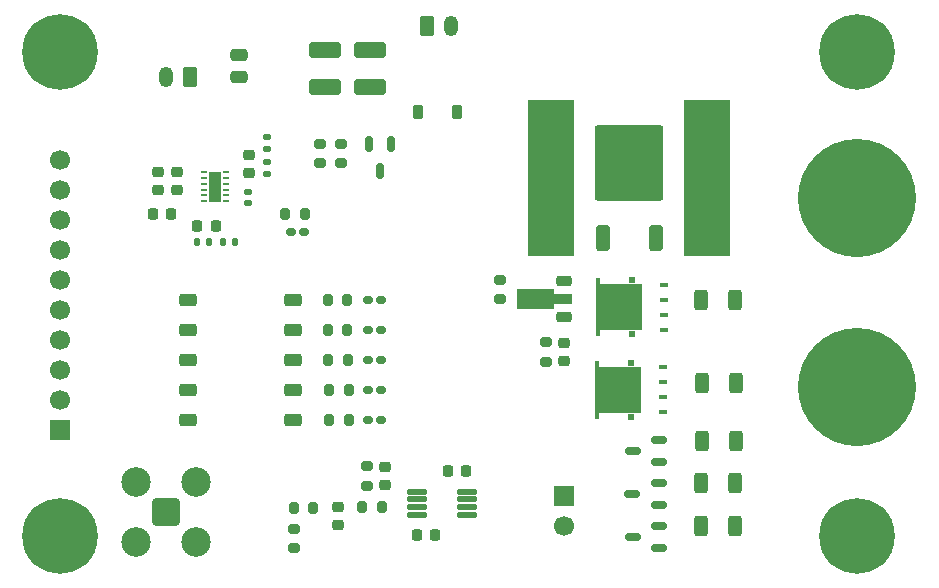
<source format=gbr>
%TF.GenerationSoftware,KiCad,Pcbnew,9.0.6*%
%TF.CreationDate,2026-02-07T23:32:21+00:00*%
%TF.ProjectId,vccs,76636373-2e6b-4696-9361-645f70636258,rev?*%
%TF.SameCoordinates,Original*%
%TF.FileFunction,Soldermask,Top*%
%TF.FilePolarity,Negative*%
%FSLAX46Y46*%
G04 Gerber Fmt 4.6, Leading zero omitted, Abs format (unit mm)*
G04 Created by KiCad (PCBNEW 9.0.6) date 2026-02-07 23:32:21*
%MOMM*%
%LPD*%
G01*
G04 APERTURE LIST*
G04 Aperture macros list*
%AMRoundRect*
0 Rectangle with rounded corners*
0 $1 Rounding radius*
0 $2 $3 $4 $5 $6 $7 $8 $9 X,Y pos of 4 corners*
0 Add a 4 corners polygon primitive as box body*
4,1,4,$2,$3,$4,$5,$6,$7,$8,$9,$2,$3,0*
0 Add four circle primitives for the rounded corners*
1,1,$1+$1,$2,$3*
1,1,$1+$1,$4,$5*
1,1,$1+$1,$6,$7*
1,1,$1+$1,$8,$9*
0 Add four rect primitives between the rounded corners*
20,1,$1+$1,$2,$3,$4,$5,0*
20,1,$1+$1,$4,$5,$6,$7,0*
20,1,$1+$1,$6,$7,$8,$9,0*
20,1,$1+$1,$8,$9,$2,$3,0*%
%AMFreePoly0*
4,1,9,3.862500,-0.866500,0.737500,-0.866500,0.737500,-0.450000,-0.737500,-0.450000,-0.737500,0.450000,0.737500,0.450000,0.737500,0.866500,3.862500,0.866500,3.862500,-0.866500,3.862500,-0.866500,$1*%
G04 Aperture macros list end*
%ADD10C,0.800000*%
%ADD11C,6.400000*%
%ADD12RoundRect,0.250000X0.500000X0.300000X-0.500000X0.300000X-0.500000X-0.300000X0.500000X-0.300000X0*%
%ADD13C,10.000000*%
%ADD14R,4.000000X13.200000*%
%ADD15RoundRect,0.250000X0.350000X-0.850000X0.350000X0.850000X-0.350000X0.850000X-0.350000X-0.850000X0*%
%ADD16RoundRect,0.249997X2.650003X-2.950003X2.650003X2.950003X-2.650003X2.950003X-2.650003X-2.950003X0*%
%ADD17RoundRect,0.102500X0.257500X0.102500X-0.257500X0.102500X-0.257500X-0.102500X0.257500X-0.102500X0*%
%ADD18R,0.510000X0.585000*%
%ADD19R,3.990000X3.960000*%
%ADD20R,0.410000X0.470000*%
%ADD21RoundRect,0.150000X0.512500X0.150000X-0.512500X0.150000X-0.512500X-0.150000X0.512500X-0.150000X0*%
%ADD22RoundRect,0.225000X-0.225000X-0.375000X0.225000X-0.375000X0.225000X0.375000X-0.225000X0.375000X0*%
%ADD23RoundRect,0.225000X-0.250000X0.225000X-0.250000X-0.225000X0.250000X-0.225000X0.250000X0.225000X0*%
%ADD24RoundRect,0.200000X-0.200000X-0.275000X0.200000X-0.275000X0.200000X0.275000X-0.200000X0.275000X0*%
%ADD25RoundRect,0.250000X0.475000X-0.250000X0.475000X0.250000X-0.475000X0.250000X-0.475000X-0.250000X0*%
%ADD26RoundRect,0.160000X0.222500X0.160000X-0.222500X0.160000X-0.222500X-0.160000X0.222500X-0.160000X0*%
%ADD27RoundRect,0.225000X0.225000X0.250000X-0.225000X0.250000X-0.225000X-0.250000X0.225000X-0.250000X0*%
%ADD28RoundRect,0.250000X-0.312500X-0.625000X0.312500X-0.625000X0.312500X0.625000X-0.312500X0.625000X0*%
%ADD29RoundRect,0.200000X0.275000X-0.200000X0.275000X0.200000X-0.275000X0.200000X-0.275000X-0.200000X0*%
%ADD30RoundRect,0.225000X-0.225000X-0.250000X0.225000X-0.250000X0.225000X0.250000X-0.225000X0.250000X0*%
%ADD31RoundRect,0.200000X-0.275000X0.200000X-0.275000X-0.200000X0.275000X-0.200000X0.275000X0.200000X0*%
%ADD32RoundRect,0.062500X-0.187500X-0.062500X0.187500X-0.062500X0.187500X0.062500X-0.187500X0.062500X0*%
%ADD33R,1.000000X2.650000*%
%ADD34RoundRect,0.250000X-0.350000X-0.625000X0.350000X-0.625000X0.350000X0.625000X-0.350000X0.625000X0*%
%ADD35O,1.200000X1.750000*%
%ADD36RoundRect,0.135000X0.135000X0.185000X-0.135000X0.185000X-0.135000X-0.185000X0.135000X-0.185000X0*%
%ADD37RoundRect,0.135000X0.185000X-0.135000X0.185000X0.135000X-0.185000X0.135000X-0.185000X-0.135000X0*%
%ADD38RoundRect,0.225000X0.250000X-0.225000X0.250000X0.225000X-0.250000X0.225000X-0.250000X-0.225000X0*%
%ADD39RoundRect,0.140000X-0.170000X0.140000X-0.170000X-0.140000X0.170000X-0.140000X0.170000X0.140000X0*%
%ADD40RoundRect,0.250000X0.350000X0.625000X-0.350000X0.625000X-0.350000X-0.625000X0.350000X-0.625000X0*%
%ADD41R,1.700000X1.700000*%
%ADD42C,1.700000*%
%ADD43RoundRect,0.200100X-0.949900X-0.949900X0.949900X-0.949900X0.949900X0.949900X-0.949900X0.949900X0*%
%ADD44C,2.500000*%
%ADD45RoundRect,0.150000X-0.150000X0.512500X-0.150000X-0.512500X0.150000X-0.512500X0.150000X0.512500X0*%
%ADD46RoundRect,0.125000X-0.687500X-0.125000X0.687500X-0.125000X0.687500X0.125000X-0.687500X0.125000X0*%
%ADD47RoundRect,0.160000X-0.222500X-0.160000X0.222500X-0.160000X0.222500X0.160000X-0.222500X0.160000X0*%
%ADD48RoundRect,0.225000X0.425000X0.225000X-0.425000X0.225000X-0.425000X-0.225000X0.425000X-0.225000X0*%
%ADD49FreePoly0,180.000000*%
%ADD50RoundRect,0.250000X-1.100000X0.412500X-1.100000X-0.412500X1.100000X-0.412500X1.100000X0.412500X0*%
G04 APERTURE END LIST*
D10*
%TO.C,H2*%
X147400000Y-58500000D03*
X146697056Y-60197056D03*
X146697056Y-56802944D03*
X145000000Y-60900000D03*
D11*
X145000000Y-58500000D03*
D10*
X145000000Y-56100000D03*
X143302944Y-60197056D03*
X143302944Y-56802944D03*
X142600000Y-58500000D03*
%TD*%
%TO.C,H1*%
X79900000Y-58500000D03*
X79197056Y-60197056D03*
X79197056Y-56802944D03*
X77500000Y-60900000D03*
D11*
X77500000Y-58500000D03*
D10*
X77500000Y-56100000D03*
X75802944Y-60197056D03*
X75802944Y-56802944D03*
X75100000Y-58500000D03*
%TD*%
D12*
%TO.C,SW1*%
X97250000Y-89680000D03*
X97250000Y-87140000D03*
X97250000Y-84600000D03*
X97250000Y-82060000D03*
X97250000Y-79520000D03*
X88350000Y-79520000D03*
X88350000Y-82060000D03*
X88350000Y-84600000D03*
X88350000Y-87140000D03*
X88350000Y-89680000D03*
%TD*%
D13*
%TO.C,J1*%
X145000000Y-70900000D03*
%TD*%
%TO.C,J2*%
X145000000Y-86900000D03*
%TD*%
D14*
%TO.C,HS1*%
X119100000Y-69200000D03*
X132300000Y-69200000D03*
%TD*%
D15*
%TO.C,Q1*%
X123420000Y-74240000D03*
D16*
X125700000Y-67940000D03*
D15*
X127980000Y-74240000D03*
%TD*%
D17*
%TO.C,Q3*%
X128615000Y-82005000D03*
X128615000Y-80735000D03*
X128615000Y-79465000D03*
X128615000Y-78195000D03*
D18*
X125900000Y-82372500D03*
X125900000Y-77827500D03*
D19*
X124820000Y-80100000D03*
D20*
X123030000Y-82315000D03*
X123030000Y-77885000D03*
%TD*%
D17*
%TO.C,Q4*%
X128515000Y-89005000D03*
X128515000Y-87735000D03*
X128515000Y-86465000D03*
X128515000Y-85195000D03*
D18*
X125800000Y-89372500D03*
X125800000Y-84827500D03*
D19*
X124720000Y-87100000D03*
D20*
X122930000Y-89315000D03*
X122930000Y-84885000D03*
%TD*%
D21*
%TO.C,Q7*%
X128237500Y-100500001D03*
X128237500Y-98600001D03*
X125962500Y-99550001D03*
%TD*%
%TO.C,Q6*%
X128200000Y-96900001D03*
X128200000Y-95000001D03*
X125925000Y-95950001D03*
%TD*%
%TO.C,Q5*%
X128237500Y-93250000D03*
X128237500Y-91350000D03*
X125962500Y-92300000D03*
%TD*%
D22*
%TO.C,D1*%
X107800000Y-63600000D03*
X111100000Y-63600000D03*
%TD*%
D23*
%TO.C,C13*%
X85800000Y-68625000D03*
X85800000Y-70175000D03*
%TD*%
D24*
%TO.C,R12*%
X100275000Y-87100000D03*
X101925000Y-87100000D03*
%TD*%
D25*
%TO.C,C12*%
X92600000Y-60649999D03*
X92600000Y-58750001D03*
%TD*%
D26*
%TO.C,LD5*%
X104672501Y-79500001D03*
X103527499Y-79500001D03*
%TD*%
D27*
%TO.C,C7*%
X90675000Y-73200000D03*
X89125000Y-73200000D03*
%TD*%
D28*
%TO.C,R9*%
X131737500Y-95000000D03*
X134662500Y-95000000D03*
%TD*%
D29*
%TO.C,R22*%
X101300000Y-67925000D03*
X101300000Y-66275000D03*
%TD*%
D30*
%TO.C,C5*%
X107725000Y-99400000D03*
X109275000Y-99400000D03*
%TD*%
D26*
%TO.C,LD1*%
X104672501Y-89699999D03*
X103527499Y-89699999D03*
%TD*%
%TO.C,LD4*%
X104672500Y-82000000D03*
X103527498Y-82000000D03*
%TD*%
D10*
%TO.C,H3*%
X75100000Y-99500000D03*
X75802944Y-97802944D03*
X75802944Y-101197056D03*
X77500000Y-97100000D03*
D11*
X77500000Y-99500000D03*
D10*
X77500000Y-101900000D03*
X79197056Y-97802944D03*
X79197056Y-101197056D03*
X79900000Y-99500000D03*
%TD*%
D24*
%TO.C,R5*%
X97275000Y-97100000D03*
X98925000Y-97100000D03*
%TD*%
%TO.C,R15*%
X100175000Y-79500000D03*
X101825000Y-79500000D03*
%TD*%
D31*
%TO.C,R23*%
X99500000Y-66275000D03*
X99500000Y-67925000D03*
%TD*%
D32*
%TO.C,U3*%
X89650000Y-68650000D03*
X89650000Y-69150000D03*
X89650000Y-69650000D03*
X89650000Y-70150000D03*
X89650000Y-70650000D03*
X89650000Y-71150000D03*
X91550000Y-71150000D03*
X91550000Y-70650000D03*
X91550000Y-70150000D03*
X91550000Y-69650000D03*
X91550000Y-69150000D03*
X91550000Y-68650000D03*
D33*
X90600000Y-69900000D03*
%TD*%
D29*
%TO.C,R2*%
X114700000Y-79425000D03*
X114700000Y-77775000D03*
%TD*%
D34*
%TO.C,J3*%
X108599999Y-56300000D03*
D35*
X110600000Y-56300000D03*
%TD*%
D36*
%TO.C,R20*%
X90109998Y-74600000D03*
X89090000Y-74600000D03*
%TD*%
D37*
%TO.C,R17*%
X94999999Y-68809999D03*
X94999999Y-67790001D03*
%TD*%
D38*
%TO.C,C6*%
X93500000Y-68775000D03*
X93500000Y-67225000D03*
%TD*%
D36*
%TO.C,R19*%
X92309998Y-74600000D03*
X91290000Y-74600000D03*
%TD*%
D26*
%TO.C,LD2*%
X104672501Y-87100000D03*
X103527499Y-87100000D03*
%TD*%
D39*
%TO.C,C8*%
X93400000Y-70320000D03*
X93400000Y-71280000D03*
%TD*%
D29*
%TO.C,R21*%
X97300000Y-100525000D03*
X97300000Y-98875000D03*
%TD*%
D26*
%TO.C,LD3*%
X104697501Y-84540000D03*
X103552499Y-84540000D03*
%TD*%
D28*
%TO.C,R10*%
X131737500Y-98600000D03*
X134662500Y-98600000D03*
%TD*%
%TO.C,R6*%
X131737500Y-79499999D03*
X134662500Y-79499999D03*
%TD*%
D30*
%TO.C,C9*%
X85325000Y-72200000D03*
X86875000Y-72200000D03*
%TD*%
D23*
%TO.C,C14*%
X87400000Y-68625000D03*
X87400000Y-70175000D03*
%TD*%
D40*
%TO.C,J5*%
X88500000Y-60650000D03*
D35*
X86499999Y-60650000D03*
%TD*%
D41*
%TO.C,J6*%
X77485000Y-90480000D03*
D42*
X77485000Y-87940000D03*
X77485000Y-85400001D03*
X77485000Y-82860000D03*
X77485000Y-80320000D03*
X77485000Y-77780000D03*
X77485000Y-75240000D03*
X77485000Y-72699999D03*
X77485000Y-70160000D03*
X77485000Y-67620000D03*
%TD*%
D43*
%TO.C,J4*%
X86460000Y-97460000D03*
D44*
X83920000Y-94920000D03*
X83920000Y-100000000D03*
X89000000Y-94920000D03*
X89000000Y-100000000D03*
%TD*%
D41*
%TO.C,J7*%
X120200000Y-96125000D03*
D42*
X120200000Y-98665000D03*
%TD*%
D29*
%TO.C,R3*%
X103500000Y-95225000D03*
X103500000Y-93575000D03*
%TD*%
D45*
%TO.C,Q8*%
X105549999Y-66262500D03*
X103650001Y-66262500D03*
X104600000Y-68537500D03*
%TD*%
D28*
%TO.C,R7*%
X131837500Y-86500000D03*
X134762500Y-86500000D03*
%TD*%
D37*
%TO.C,R18*%
X95000000Y-66709999D03*
X95000000Y-65690001D03*
%TD*%
D46*
%TO.C,U1*%
X107687500Y-95725000D03*
X107687500Y-96375000D03*
X107687500Y-97025000D03*
X107687500Y-97675000D03*
X111912500Y-97675000D03*
X111912500Y-97025000D03*
X111912500Y-96375000D03*
X111912500Y-95725000D03*
%TD*%
D10*
%TO.C,H4*%
X142600000Y-99500000D03*
X143302944Y-97802944D03*
X143302944Y-101197056D03*
X145000000Y-97100000D03*
D11*
X145000000Y-99500000D03*
D10*
X145000000Y-101900000D03*
X146697056Y-97802944D03*
X146697056Y-101197056D03*
X147400000Y-99500000D03*
%TD*%
D24*
%TO.C,R4*%
X103075000Y-97000000D03*
X104725000Y-97000000D03*
%TD*%
D38*
%TO.C,C3*%
X101000000Y-98575000D03*
X101000000Y-97025000D03*
%TD*%
D28*
%TO.C,R8*%
X131837500Y-91400000D03*
X134762500Y-91400000D03*
%TD*%
D24*
%TO.C,R14*%
X100175000Y-82000000D03*
X101825000Y-82000000D03*
%TD*%
D47*
%TO.C,LD6*%
X97027500Y-73750000D03*
X98172500Y-73750000D03*
%TD*%
D38*
%TO.C,C1*%
X120200000Y-84675000D03*
X120200000Y-83125000D03*
%TD*%
D24*
%TO.C,R13*%
X100200000Y-84540000D03*
X101850000Y-84540000D03*
%TD*%
D48*
%TO.C,Q2*%
X120150000Y-80900000D03*
D49*
X120062499Y-79400000D03*
D48*
X120150000Y-77900000D03*
%TD*%
D24*
%TO.C,R11*%
X100275000Y-89700000D03*
X101925000Y-89700000D03*
%TD*%
D50*
%TO.C,C11*%
X103700000Y-58337500D03*
X103700000Y-61462500D03*
%TD*%
D24*
%TO.C,R16*%
X96575000Y-72200000D03*
X98225000Y-72200000D03*
%TD*%
D29*
%TO.C,R1*%
X118600000Y-84725000D03*
X118600000Y-83075000D03*
%TD*%
D50*
%TO.C,C10*%
X99900000Y-58337500D03*
X99900000Y-61462500D03*
%TD*%
D30*
%TO.C,C4*%
X110325000Y-94000000D03*
X111875000Y-94000000D03*
%TD*%
D38*
%TO.C,C2*%
X105000000Y-95175000D03*
X105000000Y-93625000D03*
%TD*%
M02*

</source>
